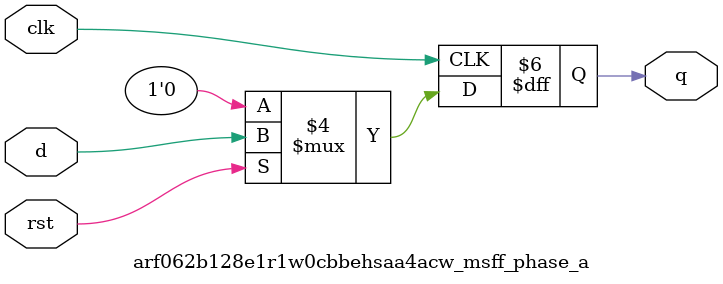
<source format=sv>
`ifndef ARF062B128E1R1W0CBBEHSAA4ACW_MSFF_PHASE_A_SV
`define ARF062B128E1R1W0CBBEHSAA4ACW_MSFF_PHASE_A_SV

module arf062b128e1r1w0cbbehsaa4acw_msff_phase_a #
(
  parameter DWIDTH = 1
)
(
  input  logic [DWIDTH-1:0] d,
  input  logic clk,
  input  logic rst,
  output logic [DWIDTH-1:0] q
);

always_ff @ (posedge clk) begin
  if (~rst) begin
    q <= '0;
  end
  else begin
    q <= d;
  end
end

endmodule // arf062b128e1r1w0cbbehsaa4acw_msff_phase_a

`endif // ARF062B128E1R1W0CBBEHSAA4ACW_MSFF_PHASE_A_SV
</source>
